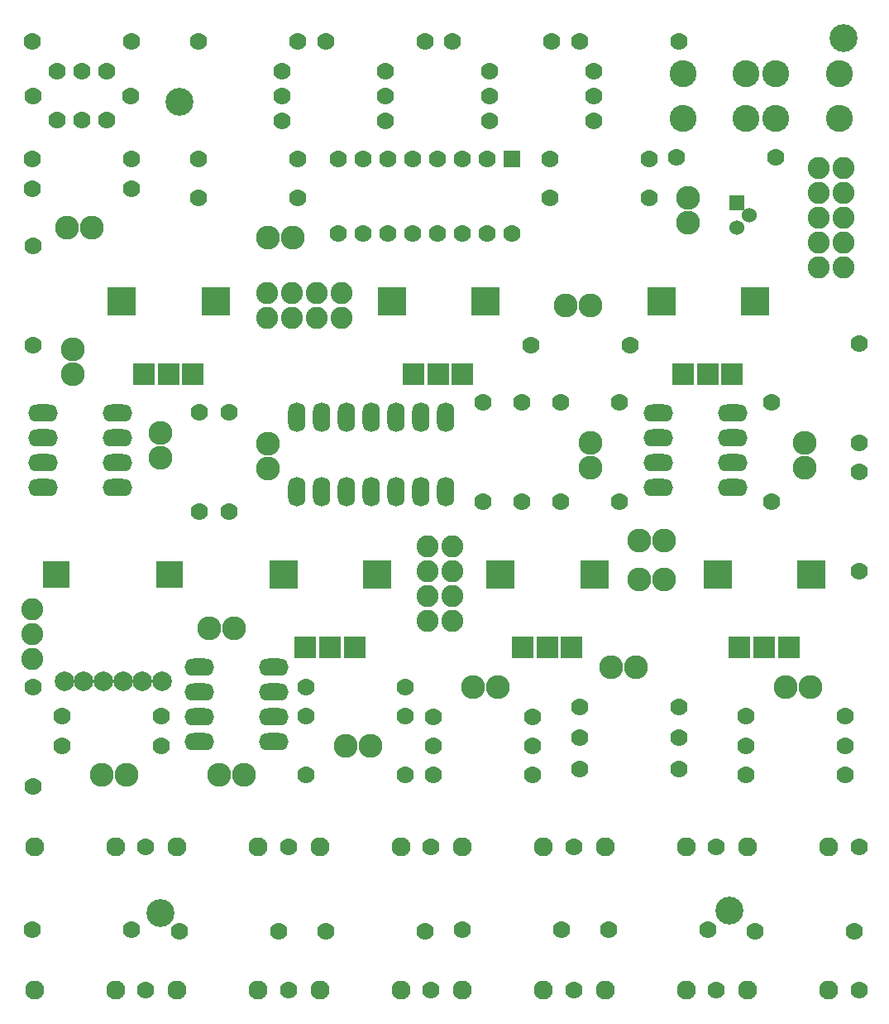
<source format=gbr>
%FSLAX35Y35*%
%MOIN*%
G04 EasyPC Gerber Version 18.0.8 Build 3632 *
%ADD84O,0.07000X0.12000*%
%ADD76R,0.11236X0.11236*%
%ADD137R,0.06000X0.06000*%
%ADD81R,0.07000X0.07000*%
%ADD75R,0.08874X0.08874*%
%ADD80R,0.10843X0.10843*%
%ADD138C,0.06000*%
%ADD73C,0.07000*%
%ADD109C,0.07693*%
%ADD79C,0.07890*%
%ADD85C,0.08874*%
%ADD74C,0.09661*%
%ADD78C,0.10843*%
%ADD72C,0.11236*%
%ADD77O,0.12000X0.07000*%
X0Y0D02*
D02*
D72*
X79856Y52573D03*
X87730Y379344D03*
X309187Y53557D03*
X355447Y404935D03*
D02*
D73*
X28498Y45821D03*
Y344344D03*
Y356156D03*
Y403400D03*
X28656Y381549D03*
X28813Y103380D03*
Y143380D03*
Y281037D03*
Y321037D03*
X38498Y371707D03*
Y391392D03*
X40309Y119935D03*
Y131746D03*
X48341Y371707D03*
Y391392D03*
X58183Y371707D03*
Y391392D03*
X68026Y381549D03*
X68498Y45821D03*
Y344344D03*
Y356156D03*
Y403400D03*
X74074Y21540D03*
Y79059D03*
X80309Y119935D03*
Y131746D03*
X87553Y45230D03*
X95427Y340407D03*
Y356156D03*
Y403400D03*
X95742Y214108D03*
Y254108D03*
X107553Y214108D03*
Y254108D03*
X127553Y45230D03*
X128970Y371549D03*
Y381549D03*
Y391549D03*
X131593Y21540D03*
Y79059D03*
X135427Y340407D03*
Y356156D03*
Y403400D03*
X138734Y108124D03*
Y131746D03*
Y143557D03*
X146608Y45230D03*
Y403400D03*
X151726Y326156D03*
Y356156D03*
X161726Y326156D03*
Y356156D03*
X170821Y371549D03*
Y381549D03*
Y391549D03*
X171726Y326156D03*
Y356156D03*
X178734Y108124D03*
Y131746D03*
Y143557D03*
X181726Y326156D03*
Y356156D03*
X186608Y45230D03*
Y403400D03*
X189113Y21540D03*
Y79059D03*
X189915Y108124D03*
Y119935D03*
Y131451D03*
X191726Y326156D03*
Y356156D03*
X197789Y403400D03*
X201726Y45821D03*
Y326156D03*
Y356156D03*
X209915Y218045D03*
Y258045D03*
X211726Y326156D03*
Y356156D03*
X212711Y371549D03*
Y381549D03*
Y391549D03*
X221726Y326156D03*
X225663Y218045D03*
Y258045D03*
X229285Y281352D03*
X229915Y108124D03*
Y119935D03*
Y131451D03*
X237159Y340407D03*
Y356156D03*
X237789Y403400D03*
X241411Y218045D03*
Y258045D03*
X241726Y45821D03*
X246633Y21540D03*
Y79059D03*
X248970Y110683D03*
Y123183D03*
Y135683D03*
Y403400D03*
X254561Y371549D03*
Y381549D03*
Y391549D03*
X260781Y45821D03*
X265033Y218045D03*
Y258045D03*
X269285Y281352D03*
X277159Y340407D03*
Y356156D03*
X287947Y356746D03*
X288970Y110683D03*
Y123183D03*
Y135683D03*
Y403400D03*
X300781Y45821D03*
X304152Y21540D03*
Y79059D03*
X315900Y108124D03*
Y119935D03*
Y131746D03*
X319837Y45230D03*
X326352Y218045D03*
Y258045D03*
X327947Y356746D03*
X355900Y108124D03*
Y119935D03*
Y131746D03*
X359837Y45230D03*
X361589Y241766D03*
Y281766D03*
X361672Y21540D03*
Y79059D03*
X361687Y190289D03*
Y230289D03*
D02*
D74*
X42435Y328596D03*
X44561Y269541D03*
Y279541D03*
X52435Y328596D03*
X56372Y108124D03*
X66372D03*
X79994Y235919D03*
Y245919D03*
X99679Y167179D03*
X103616Y108124D03*
X109679Y167179D03*
X113616Y108124D03*
X123301Y231687D03*
Y241687D03*
Y324659D03*
X133301D03*
X154797Y119935D03*
X164797D03*
X205978Y143557D03*
X215978D03*
X243222Y297100D03*
X253222Y231982D03*
Y241982D03*
Y297100D03*
X261687Y151431D03*
X271687D03*
X272907Y186864D03*
Y202612D03*
X282907Y186864D03*
Y202612D03*
X292593Y330407D03*
Y340407D03*
X331963Y143557D03*
X339837Y231982D03*
Y241982D03*
X341963Y143557D03*
D02*
D75*
X73341Y269502D03*
X83341D03*
X93026D03*
X138498Y159502D03*
X148498D03*
X158183D03*
X182081Y269502D03*
X192081D03*
X201766D03*
X225978Y159502D03*
X235978D03*
X245663D03*
X290821Y269502D03*
X300821D03*
X310506D03*
X313498Y159502D03*
X323498D03*
X333183D03*
D02*
D76*
X64443Y299030D03*
X102238D03*
X129600Y189030D03*
X167396D03*
X173183Y299030D03*
X210978D03*
X217081Y189030D03*
X254876D03*
X281923Y299030D03*
X304600Y189030D03*
X319719Y299030D03*
X342396Y189030D03*
D02*
D77*
X32750Y223793D03*
Y233793D03*
Y243793D03*
Y253793D03*
X62750Y223793D03*
Y233793D03*
Y243793D03*
Y253793D03*
X95742Y121431D03*
Y131431D03*
Y141431D03*
Y151431D03*
X125742Y121431D03*
Y131431D03*
Y141431D03*
Y151431D03*
X280781Y223793D03*
Y233793D03*
Y243793D03*
Y253793D03*
X310781Y223793D03*
Y233793D03*
Y243793D03*
Y253793D03*
D02*
D78*
X290545Y372691D03*
Y390407D03*
X316136Y372691D03*
Y390407D03*
X328026Y372691D03*
Y390407D03*
X353616Y372691D03*
Y390407D03*
D02*
D79*
X41293Y145722D03*
X49167D03*
X57041D03*
X64915D03*
X72789D03*
X80663D03*
D02*
D80*
X38144Y189030D03*
X83813D03*
D02*
D81*
X221726Y356156D03*
D02*
D84*
X135112Y222297D03*
Y252297D03*
X145112Y222297D03*
Y252297D03*
X155112Y222297D03*
Y252297D03*
X165112Y222297D03*
Y252297D03*
X175112Y222297D03*
Y252297D03*
X185112Y222297D03*
Y252297D03*
X195112Y222297D03*
Y252297D03*
D02*
D85*
X28321Y154817D03*
Y164817D03*
Y174817D03*
X122927Y292317D03*
Y302317D03*
X132927Y292317D03*
Y302317D03*
X142927Y292317D03*
Y302317D03*
X152927Y292317D03*
Y302317D03*
X187671Y170053D03*
Y180053D03*
Y190053D03*
Y200053D03*
X197671Y170053D03*
Y180053D03*
Y190053D03*
Y200053D03*
X345447Y312415D03*
Y322415D03*
Y332415D03*
Y342415D03*
Y352415D03*
X355447Y312415D03*
Y322415D03*
Y332415D03*
Y342415D03*
Y352415D03*
D02*
D109*
X29192Y21540D03*
Y79059D03*
X61869Y21540D03*
Y79059D03*
X86711Y21540D03*
Y79059D03*
X119389Y21540D03*
Y79059D03*
X144231Y21540D03*
Y79059D03*
X176908Y21540D03*
Y79059D03*
X201751Y21540D03*
Y79059D03*
X234428Y21540D03*
Y79059D03*
X259270Y21540D03*
Y79059D03*
X291948Y21540D03*
Y79059D03*
X316790Y21540D03*
Y79059D03*
X349467Y21540D03*
Y79059D03*
D02*
D137*
X312278Y338537D03*
D02*
D138*
Y328537D03*
X317278Y333537D03*
X0Y0D02*
M02*

</source>
